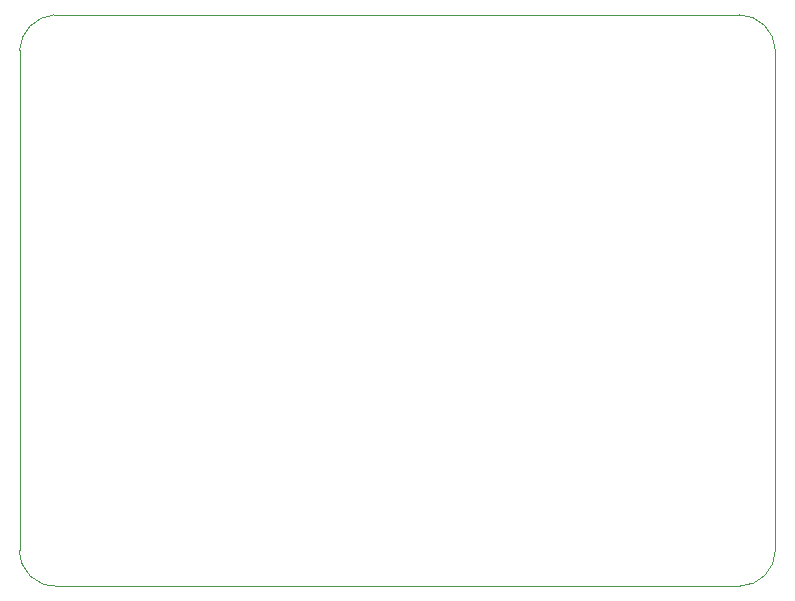
<source format=gbr>
%TF.GenerationSoftware,KiCad,Pcbnew,(6.0.6)*%
%TF.CreationDate,2022-09-04T20:55:43+05:30*%
%TF.ProjectId,rp2040-ble,72703230-3430-42d6-926c-652e6b696361,rev?*%
%TF.SameCoordinates,Original*%
%TF.FileFunction,Profile,NP*%
%FSLAX46Y46*%
G04 Gerber Fmt 4.6, Leading zero omitted, Abs format (unit mm)*
G04 Created by KiCad (PCBNEW (6.0.6)) date 2022-09-04 20:55:43*
%MOMM*%
%LPD*%
G01*
G04 APERTURE LIST*
%TA.AperFunction,Profile*%
%ADD10C,0.100000*%
%TD*%
G04 APERTURE END LIST*
D10*
X92900000Y-64990000D02*
G75*
G03*
X90000000Y-68000000I261743J-3154188D01*
G01*
X89999999Y-110330000D02*
G75*
G03*
X93120000Y-113350000I2994381J-28123D01*
G01*
X150989998Y-113349885D02*
G75*
G03*
X153990000Y-110310000I-40148J3039885D01*
G01*
X153989999Y-67990000D02*
G75*
G03*
X150910000Y-64990000I-3070036J-70837D01*
G01*
X90000000Y-68000000D02*
X90000000Y-110330000D01*
X93120000Y-113350000D02*
X150990000Y-113350000D01*
X153990000Y-67990000D02*
X153990000Y-110310000D01*
X92900000Y-64990000D02*
X150910000Y-64990000D01*
M02*

</source>
